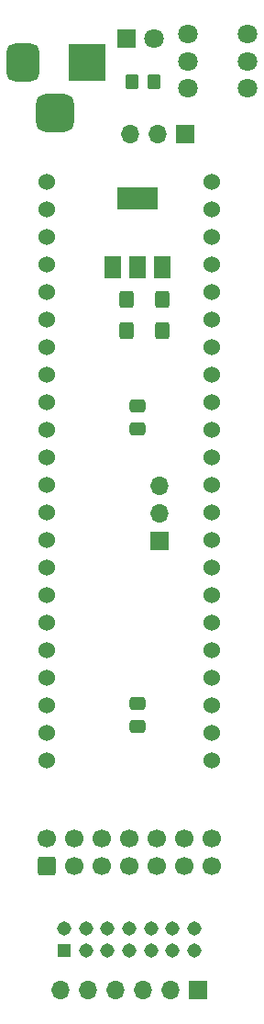
<source format=gbr>
%TF.GenerationSoftware,KiCad,Pcbnew,7.0.11*%
%TF.CreationDate,2024-03-10T23:57:52-05:00*%
%TF.ProjectId,XGECU-QFP44-Adapter,58474543-552d-4514-9650-34342d416461,rev?*%
%TF.SameCoordinates,Original*%
%TF.FileFunction,Soldermask,Top*%
%TF.FilePolarity,Negative*%
%FSLAX46Y46*%
G04 Gerber Fmt 4.6, Leading zero omitted, Abs format (unit mm)*
G04 Created by KiCad (PCBNEW 7.0.11) date 2024-03-10 23:57:52*
%MOMM*%
%LPD*%
G01*
G04 APERTURE LIST*
G04 Aperture macros list*
%AMRoundRect*
0 Rectangle with rounded corners*
0 $1 Rounding radius*
0 $2 $3 $4 $5 $6 $7 $8 $9 X,Y pos of 4 corners*
0 Add a 4 corners polygon primitive as box body*
4,1,4,$2,$3,$4,$5,$6,$7,$8,$9,$2,$3,0*
0 Add four circle primitives for the rounded corners*
1,1,$1+$1,$2,$3*
1,1,$1+$1,$4,$5*
1,1,$1+$1,$6,$7*
1,1,$1+$1,$8,$9*
0 Add four rect primitives between the rounded corners*
20,1,$1+$1,$2,$3,$4,$5,0*
20,1,$1+$1,$4,$5,$6,$7,0*
20,1,$1+$1,$6,$7,$8,$9,0*
20,1,$1+$1,$8,$9,$2,$3,0*%
G04 Aperture macros list end*
%ADD10C,1.524000*%
%ADD11RoundRect,0.250000X-0.425000X0.537500X-0.425000X-0.537500X0.425000X-0.537500X0.425000X0.537500X0*%
%ADD12RoundRect,0.250000X-0.475000X0.337500X-0.475000X-0.337500X0.475000X-0.337500X0.475000X0.337500X0*%
%ADD13R,3.500000X3.500000*%
%ADD14RoundRect,0.750000X-0.750000X-1.000000X0.750000X-1.000000X0.750000X1.000000X-0.750000X1.000000X0*%
%ADD15RoundRect,0.875000X-0.875000X-0.875000X0.875000X-0.875000X0.875000X0.875000X-0.875000X0.875000X0*%
%ADD16RoundRect,0.250000X-0.350000X-0.450000X0.350000X-0.450000X0.350000X0.450000X-0.350000X0.450000X0*%
%ADD17R,1.700000X1.700000*%
%ADD18O,1.700000X1.700000*%
%ADD19C,1.800000*%
%ADD20R,1.800000X1.800000*%
%ADD21R,1.500000X2.000000*%
%ADD22R,3.800000X2.000000*%
%ADD23R,1.308000X1.308000*%
%ADD24C,1.308000*%
%ADD25RoundRect,0.250000X0.600000X-0.600000X0.600000X0.600000X-0.600000X0.600000X-0.600000X-0.600000X0*%
%ADD26C,1.700000*%
G04 APERTURE END LIST*
D10*
%TO.C,U1*%
X129540000Y-86765000D03*
X129540000Y-89305000D03*
X129540000Y-91845000D03*
X129540000Y-94385000D03*
X129540000Y-96925000D03*
X129540000Y-99465000D03*
X129540000Y-102005000D03*
X129540000Y-104545000D03*
X129540000Y-107085000D03*
X129540000Y-109625000D03*
X129540000Y-112165000D03*
X129540000Y-114705000D03*
X129540000Y-117245000D03*
X129540000Y-119785000D03*
X129540000Y-122325000D03*
X129540000Y-124865000D03*
X144780000Y-124865000D03*
X144780000Y-122325000D03*
X144780000Y-119785000D03*
X144780000Y-117245000D03*
X144780000Y-114705000D03*
X144780000Y-112165000D03*
X144780000Y-109625000D03*
X144780000Y-107085000D03*
X144780000Y-104545000D03*
X144780000Y-102005000D03*
X144780000Y-99465000D03*
X144780000Y-96925000D03*
X144780000Y-94385000D03*
X144780000Y-91845000D03*
X144780000Y-89305000D03*
X144780000Y-86765000D03*
X144780000Y-84225000D03*
X144780000Y-81685000D03*
X144780000Y-79145000D03*
X144780000Y-76605000D03*
X144780000Y-74065000D03*
X144780000Y-71525000D03*
X129540000Y-71525000D03*
X129540000Y-74065000D03*
X129540000Y-76605000D03*
X129540000Y-79145000D03*
X129540000Y-81685000D03*
X129540000Y-84225000D03*
%TD*%
D11*
%TO.C,C1*%
X140208000Y-82382500D03*
X140208000Y-85257500D03*
%TD*%
D12*
%TO.C,C3*%
X137922000Y-119612500D03*
X137922000Y-121687500D03*
%TD*%
D13*
%TO.C,J1*%
X133299200Y-60477400D03*
D14*
X127299200Y-60477400D03*
D15*
X130299200Y-65177400D03*
%TD*%
D16*
%TO.C,R1*%
X137404600Y-62255400D03*
X139404600Y-62255400D03*
%TD*%
D17*
%TO.C,JP1*%
X142352000Y-67132200D03*
D18*
X139812000Y-67132200D03*
X137272000Y-67132200D03*
%TD*%
D17*
%TO.C,JP2*%
X139954000Y-104648000D03*
D18*
X139954000Y-102108000D03*
X139954000Y-99568000D03*
%TD*%
D19*
%TO.C,SW1*%
X142614200Y-57875800D03*
X142614200Y-60375800D03*
X142614200Y-62875800D03*
X148114200Y-57875800D03*
X148114200Y-60375800D03*
X148114200Y-62875800D03*
%TD*%
D11*
%TO.C,C2*%
X136906000Y-82382500D03*
X136906000Y-85257500D03*
%TD*%
D20*
%TO.C,D1*%
X136880600Y-58267600D03*
D19*
X139420600Y-58267600D03*
%TD*%
D21*
%TO.C,U3*%
X135622000Y-79350000D03*
X137922000Y-79350000D03*
D22*
X137922000Y-73050000D03*
D21*
X140222000Y-79350000D03*
%TD*%
D23*
%TO.C,J4*%
X131160000Y-142351000D03*
D24*
X131160000Y-140351000D03*
X133160000Y-142351000D03*
X133160000Y-140351000D03*
X135160000Y-142351000D03*
X135160000Y-140351000D03*
X137160000Y-142351000D03*
X137160000Y-140351000D03*
X139160000Y-142351000D03*
X139160000Y-140351000D03*
X141160000Y-142351000D03*
X141160000Y-140351000D03*
X143160000Y-142351000D03*
X143160000Y-140351000D03*
%TD*%
D12*
%TO.C,C4*%
X137922000Y-92180500D03*
X137922000Y-94255500D03*
%TD*%
D25*
%TO.C,J2*%
X129540000Y-134620000D03*
D26*
X129540000Y-132080000D03*
X132080000Y-134620000D03*
X132080000Y-132080000D03*
X134620000Y-134620000D03*
X134620000Y-132080000D03*
X137160000Y-134620000D03*
X137160000Y-132080000D03*
X139700000Y-134620000D03*
X139700000Y-132080000D03*
X142240000Y-134620000D03*
X142240000Y-132080000D03*
X144780000Y-134620000D03*
X144780000Y-132080000D03*
%TD*%
D17*
%TO.C,J3*%
X143510000Y-146050000D03*
D18*
X140970000Y-146050000D03*
X138430000Y-146050000D03*
X135890000Y-146050000D03*
X133350000Y-146050000D03*
X130810000Y-146050000D03*
%TD*%
M02*

</source>
